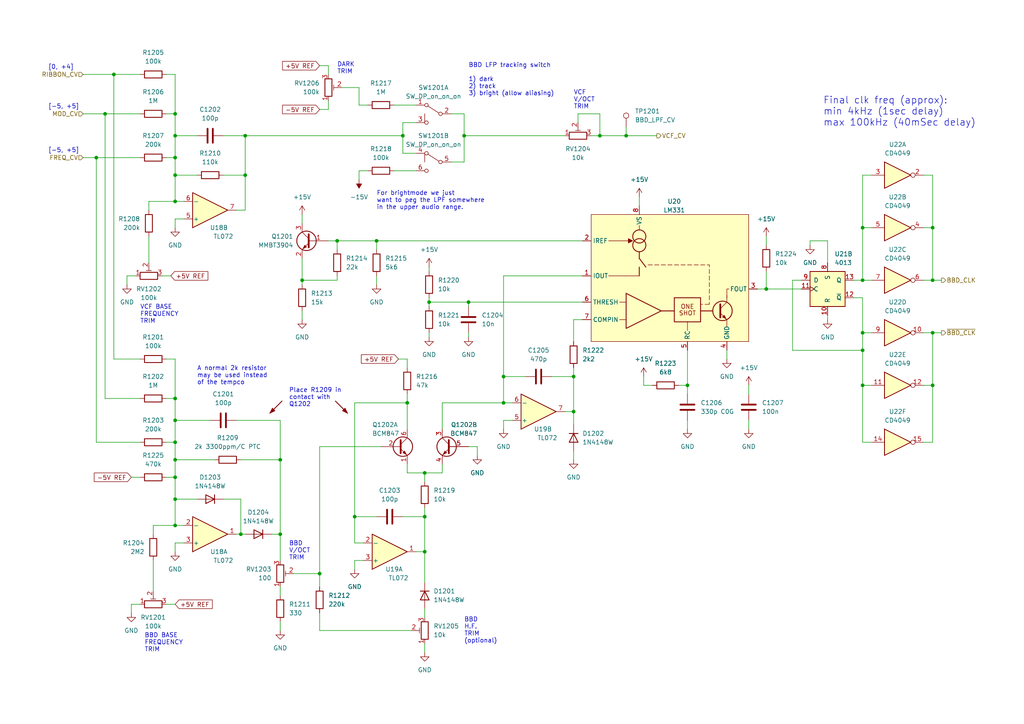
<source format=kicad_sch>
(kicad_sch (version 20211123) (generator eeschema)
  (paper "A4")
  (title_block (title "Josh Ox Ribbon Synth VCF/VCA/BBD board") (date "2023-01-07") (rev "1.0") (comment 1 "creativecommons.org/licenses/by/4.0/") (comment 2 "License: CC by 4.0") (comment 3 "Author: Jordan Aceto"))
  (lib_symbols
    (symbol "4xxx:4013" (pin_names (offset 1.016))
      (property "Reference" "U" (at -7.62 8.89 0))
      (property "Value" "4013" (at -7.62 -8.89 0))
      (symbol "4013_1_1"
        (rectangle (start -5.08 5.08) (end 5.08 -5.08) (stroke (width 0.254)) (fill (type background)))
        (pin output line (at 7.62 2.54 180) (length 2.54) (name "Q") (number "1"))
        (pin output line (at 7.62 -2.54 180) (length 2.54) (name "~{Q}") (number "2"))
        (pin input clock (at -7.62 0 0) (length 2.54) (name "C") (number "3"))
        (pin input line (at 0 -7.62 90) (length 2.54) (name "R") (number "4"))
        (pin input line (at -7.62 2.54 0) (length 2.54) (name "D") (number "5"))
        (pin input line (at 0 7.62 270) (length 2.54) (name "S") (number "6"))
      )
      (symbol "4013_2_1"
        (rectangle (start -5.08 5.08) (end 5.08 -5.08) (stroke (width 0.254)) (fill (type background)))
        (pin input line (at 0 -7.62 90) (length 2.54) (name "R") (number "10"))
        (pin input clock (at -7.62 0 0) (length 2.54) (name "C") (number "11"))
        (pin output line (at 7.62 -2.54 180) (length 2.54) (name "~{Q}") (number "12"))
        (pin output line (at 7.62 2.54 180) (length 2.54) (name "Q") (number "13"))
        (pin input line (at 0 7.62 270) (length 2.54) (name "S") (number "8"))
        (pin input line (at -7.62 2.54 0) (length 2.54) (name "D") (number "9"))
      )
      (symbol "4013_3_0"
        (pin power_in line (at 0 10.16 270) (length 2.54) (name "VDD") (number "14"))
        (pin power_in line (at 0 -10.16 90) (length 2.54) (name "VSS") (number "7"))
      )
      (symbol "4013_3_1"
        (rectangle (start -5.08 7.62) (end 5.08 -7.62) (stroke (width 0.254)) (fill (type background)))
      )
    )
    (symbol "Amplifier_Operational:TL072" (pin_names (offset 0.127))
      (property "Reference" "U" (at 0 5.08 0))
      (property "Value" "TL072" (at 0 -5.08 0))
      (symbol "TL072_1_1"
        (polyline (pts (xy -5.08 5.08) (xy 5.08 0) (xy -5.08 -5.08) (xy -5.08 5.08)) (stroke (width 0.254)) (fill (type background)))
        (pin output line (at 7.62 0 180) (length 2.54) (name "~") (number "1"))
        (pin input line (at -7.62 -2.54 0) (length 2.54) (name "-") (number "2"))
        (pin input line (at -7.62 2.54 0) (length 2.54) (name "+") (number "3"))
      )
      (symbol "TL072_2_1"
        (polyline (pts (xy -5.08 5.08) (xy 5.08 0) (xy -5.08 -5.08) (xy -5.08 5.08)) (stroke (width 0.254)) (fill (type background)))
        (pin input line (at -7.62 2.54 0) (length 2.54) (name "+") (number "5"))
        (pin input line (at -7.62 -2.54 0) (length 2.54) (name "-") (number "6"))
        (pin output line (at 7.62 0 180) (length 2.54) (name "~") (number "7"))
      )
      (symbol "TL072_3_1"
        (pin power_in line (at -2.54 -7.62 90) (length 3.81) (name "V-") (number "4"))
        (pin power_in line (at -2.54 7.62 270) (length 3.81) (name "V+") (number "8"))
      )
    )
    (symbol "BCM847DS135_1" (pin_names (offset 0) hide)
      (property "Reference" "Q1202" (at 7.62 6.35 0))
      (property "Value" "BCM847DS135_1" (at 7.62 3.81 0))
      (symbol "BCM847DS135_1_0_1"
        (polyline (pts (xy 0.635 0.635) (xy 2.54 2.54)))
        (polyline (pts (xy 0.635 -0.635) (xy 2.54 -2.54) (xy 2.54 -2.54)))
        (polyline (pts (xy 0.635 1.905) (xy 0.635 -1.905) (xy 0.635 -1.905)) (stroke (width 0.508)))
        (polyline (pts (xy 1.27 -1.778) (xy 1.778 -1.27) (xy 2.286 -2.286) (xy 1.27 -1.778) (xy 1.27 -1.778)) (fill (type outline)))
        (circle (center 1.27 0) (radius 2.8194) (stroke (width 0.254)))
      )
      (symbol "BCM847DS135_1_1_1"
        (pin passive line (at 2.54 -5.08 90) (length 2.54) (name "E") (number "1"))
        (pin passive line (at -5.08 0 0) (length 5.715) (name "B") (number "2"))
        (pin passive line (at 2.54 5.08 270) (length 2.54) (name "C") (number "6"))
      )
      (symbol "BCM847DS135_1_2_1"
        (pin passive line (at 2.54 5.08 270) (length 2.54) (name "C") (number "3"))
        (pin passive line (at 2.54 -5.08 90) (length 2.54) (name "E") (number "4"))
        (pin passive line (at -5.08 0 0) (length 5.715) (name "B") (number "5"))
      )
    )
    (symbol "Connector:TestPoint" (pin_numbers hide) (pin_names (offset 0.762) hide)
      (property "Reference" "TP" (at 0 6.858 0))
      (property "Value" "TestPoint" (at 0 5.08 0))
      (symbol "TestPoint_0_1"
        (circle (center 0 3.302) (radius 0.762))
      )
      (symbol "TestPoint_1_1"
        (pin passive line (at 0 0 90) (length 2.54) (name "1") (number "1"))
      )
    )
    (symbol "Device:C" (pin_numbers hide) (pin_names (offset 0.254))
      (property "Reference" "C" (at 0.635 2.54 0))
      (property "Value" "C" (at 0.635 -2.54 0))
      (symbol "C_0_1"
        (polyline (pts (xy -2.032 -0.762) (xy 2.032 -0.762)) (stroke (width 0.508)))
        (polyline (pts (xy -2.032 0.762) (xy 2.032 0.762)) (stroke (width 0.508)))
      )
      (symbol "C_1_1"
        (pin passive line (at 0 3.81 270) (length 2.794) (name "~") (number "1"))
        (pin passive line (at 0 -3.81 90) (length 2.794) (name "~") (number "2"))
      )
    )
    (symbol "Device:R" (pin_numbers hide) (pin_names (offset 0))
      (property "Reference" "R" (at 2.032 0 90))
      (property "Value" "R" (at 0 0 90))
      (symbol "R_0_1"
        (rectangle (start -1.016 -2.54) (end 1.016 2.54) (stroke (width 0.254)))
      )
      (symbol "R_1_1"
        (pin passive line (at 0 3.81 270) (length 1.27) (name "~") (number "1"))
        (pin passive line (at 0 -3.81 90) (length 1.27) (name "~") (number "2"))
      )
    )
    (symbol "Device:R_Potentiometer_Trim" (pin_names (offset 1.016) hide)
      (property "Reference" "RV" (at -4.445 0 90))
      (property "Value" "R_Potentiometer_Trim" (at -2.54 0 90))
      (symbol "R_Potentiometer_Trim_0_1"
        (polyline (pts (xy 1.524 0.762) (xy 1.524 -0.762)))
        (polyline (pts (xy 2.54 0) (xy 1.524 0)))
        (rectangle (start 1.016 2.54) (end -1.016 -2.54) (stroke (width 0.254)))
      )
      (symbol "R_Potentiometer_Trim_1_1"
        (pin passive line (at 0 3.81 270) (length 1.27) (name "1") (number "1"))
        (pin passive line (at 3.81 0 180) (length 1.27) (name "2") (number "2"))
        (pin passive line (at 0 -3.81 90) (length 1.27) (name "3") (number "3"))
      )
    )
    (symbol "Diode:1N4148W" (pin_numbers hide) (pin_names hide)
      (property "Reference" "D" (at 0 2.54 0))
      (property "Value" "1N4148W" (at 0 -2.54 0))
      (symbol "1N4148W_0_1"
        (polyline (pts (xy -1.27 1.27) (xy -1.27 -1.27)) (stroke (width 0.254)))
        (polyline (pts (xy 1.27 0) (xy -1.27 0)))
        (polyline (pts (xy 1.27 1.27) (xy 1.27 -1.27) (xy -1.27 0) (xy 1.27 1.27)) (stroke (width 0.254)))
      )
      (symbol "1N4148W_1_1"
        (pin passive line (at -3.81 0 0) (length 2.54) (name "K") (number "1"))
        (pin passive line (at 3.81 0 180) (length 2.54) (name "A") (number "2"))
      )
    )
    (symbol "Graphic:SYM_Arrow45_Normal" (pin_names (offset 1.016))
      (symbol "SYM_Arrow45_Normal_0_1"
        (polyline (pts (xy 1.524 -1.524) (xy -1.778 1.778)) (stroke (width 0.254)))
        (polyline (pts (xy 1.778 -1.778) (xy 0.254 -1.016) (xy 1.016 -0.254) (xy 1.778 -1.778)) (fill (type outline)))
      )
    )
    (symbol "Transistor_BJT:MMBT3904" (pin_names (offset 0) hide)
      (property "Reference" "Q" (at 5.08 1.905 0))
      (property "Value" "MMBT3904" (at 5.08 0 0))
      (symbol "MMBT3904_0_1"
        (polyline (pts (xy 0.635 0.635) (xy 2.54 2.54)))
        (polyline (pts (xy 0.635 -0.635) (xy 2.54 -2.54) (xy 2.54 -2.54)))
        (polyline (pts (xy 0.635 1.905) (xy 0.635 -1.905) (xy 0.635 -1.905)) (stroke (width 0.508)))
        (polyline (pts (xy 1.27 -1.778) (xy 1.778 -1.27) (xy 2.286 -2.286) (xy 1.27 -1.778) (xy 1.27 -1.778)) (fill (type outline)))
        (circle (center 1.27 0) (radius 2.8194) (stroke (width 0.254)))
      )
      (symbol "MMBT3904_1_1"
        (pin input line (at -5.08 0 0) (length 5.715) (name "B") (number "1"))
        (pin passive line (at 2.54 -5.08 90) (length 2.54) (name "E") (number "2"))
        (pin passive line (at 2.54 5.08 270) (length 2.54) (name "C") (number "3"))
      )
    )
    (symbol "custom_symbols:BCM847DS135" (pin_names (offset 0) hide)
      (property "Reference" "Q1202" (at 7.62 6.35 0))
      (property "Value" "BCM847DS135" (at 7.62 3.81 0))
      (symbol "BCM847DS135_0_1"
        (polyline (pts (xy 0.635 0.635) (xy 2.54 2.54)))
        (polyline (pts (xy 0.635 -0.635) (xy 2.54 -2.54) (xy 2.54 -2.54)))
        (polyline (pts (xy 0.635 1.905) (xy 0.635 -1.905) (xy 0.635 -1.905)) (stroke (width 0.508)))
        (polyline (pts (xy 1.27 -1.778) (xy 1.778 -1.27) (xy 2.286 -2.286) (xy 1.27 -1.778) (xy 1.27 -1.778)) (fill (type outline)))
        (circle (center 1.27 0) (radius 2.8194) (stroke (width 0.254)))
      )
      (symbol "BCM847DS135_1_1"
        (pin passive line (at 2.54 -5.08 90) (length 2.54) (name "E") (number "1"))
        (pin passive line (at -5.08 0 0) (length 5.715) (name "B") (number "2"))
        (pin passive line (at 2.54 5.08 270) (length 2.54) (name "C") (number "6"))
      )
      (symbol "BCM847DS135_2_1"
        (pin passive line (at 2.54 5.08 270) (length 2.54) (name "C") (number "3"))
        (pin passive line (at 2.54 -5.08 90) (length 2.54) (name "E") (number "4"))
        (pin passive line (at -5.08 0 0) (length 5.715) (name "B") (number "5"))
      )
    )
    (symbol "custom_symbols:CD4049" (pin_names (offset 1.016))
      (property "Reference" "U22" (at 0 8.89 0))
      (property "Value" "CD4049" (at 0 6.35 0))
      (symbol "CD4049_1_0"
        (polyline (pts (xy -3.81 3.81) (xy -3.81 -3.81) (xy 3.81 0) (xy -3.81 3.81)) (stroke (width 0.254)) (fill (type background)))
        (pin passive inverted (at 7.62 0 180) (length 3.81) (name "~") (number "2"))
        (pin input line (at -7.62 0 0) (length 3.81) (name "~") (number "3"))
      )
      (symbol "CD4049_2_0"
        (polyline (pts (xy -3.81 3.81) (xy -3.81 -3.81) (xy 3.81 0) (xy -3.81 3.81)) (stroke (width 0.254)) (fill (type background)))
        (pin passive inverted (at 7.62 0 180) (length 3.81) (name "~") (number "4"))
        (pin input line (at -7.62 0 0) (length 3.81) (name "~") (number "5"))
      )
      (symbol "CD4049_3_0"
        (polyline (pts (xy -3.81 3.81) (xy -3.81 -3.81) (xy 3.81 0) (xy -3.81 3.81)) (stroke (width 0.254)) (fill (type background)))
        (pin passive inverted (at 7.62 0 180) (length 3.81) (name "~") (number "6"))
        (pin input line (at -7.62 0 0) (length 3.81) (name "~") (number "7"))
      )
      (symbol "CD4049_4_0"
        (polyline (pts (xy -3.81 3.81) (xy -3.81 -3.81) (xy 3.81 0) (xy -3.81 3.81)) (stroke (width 0.254)) (fill (type background)))
        (pin passive inverted (at 7.62 0 180) (length 3.81) (name "~") (number "10"))
        (pin input line (at -7.62 0 0) (length 3.81) (name "~") (number "9"))
      )
      (symbol "CD4049_5_0"
        (polyline (pts (xy -3.81 3.81) (xy -3.81 -3.81) (xy 3.81 0) (xy -3.81 3.81)) (stroke (width 0.254)) (fill (type background)))
        (pin input line (at -7.62 0 0) (length 3.81) (name "~") (number "11"))
        (pin passive inverted (at 7.62 0 180) (length 3.81) (name "~") (number "12"))
      )
      (symbol "CD4049_6_0"
        (polyline (pts (xy -3.81 3.81) (xy -3.81 -3.81) (xy 3.81 0) (xy -3.81 3.81)) (stroke (width 0.254)) (fill (type background)))
        (pin input line (at -7.62 0 0) (length 3.81) (name "~") (number "14"))
        (pin passive inverted (at 7.62 0 180) (length 3.81) (name "~") (number "15"))
      )
      (symbol "CD4049_7_0"
        (pin power_in line (at 0 12.7 270) (length 5.08) (name "VCC") (number "1"))
        (pin power_in line (at 0 -12.7 90) (length 5.08) (name "VSS") (number "8"))
      )
      (symbol "CD4049_7_1"
        (rectangle (start -5.08 7.62) (end 5.08 -7.62) (stroke (width 0.254)) (fill (type background)))
      )
    )
    (symbol "custom_symbols:LM331"
      (property "Reference" "U20" (at 0 22.86 0))
      (property "Value" "LM331" (at 0 20.32 0))
      (symbol "LM331_0_0"
        (rectangle (start -24.13 19.05) (end 21.59 -17.78) (fill (type background)))
        (polyline (pts (xy -15.875 -11.43) (xy -13.97 -11.43)))
        (polyline (pts (xy -15.875 -6.35) (xy -13.97 -6.35)))
        (polyline (pts (xy -13.97 1.27) (xy -19.05 1.27)))
        (polyline (pts (xy -13.97 11.43) (xy -19.05 11.43)))
        (polyline (pts (xy 3.81 -12.065) (xy 3.81 -14.605)))
        (polyline (pts (xy 15.24 -6.35) (xy 15.24 -4.445)))
        (polyline (pts (xy 15.24 -5.08) (xy 15.24 -2.54) (xy 15.875 -2.54)))
        (text "SHOT" (at 3.81 -9.525 0) (effects (font (size 1.27 1.27))))
      )
      (symbol "LM331_1_0"
        (polyline (pts (xy 7.62 -8.89) (xy 11.176 -8.89)) (stroke (width 0.254)))
        (text "ONE" (at 3.81 -7.62 0) (effects (font (size 1.27 1.27))))
      )
      (symbol "LM331_1_1"
        (circle (center -10.16 10.16) (radius 1.905) (stroke (width 0.254)))
        (circle (center -10.16 12.7) (radius 1.905) (stroke (width 0.254)))
        (rectangle (start 0 -5.08) (end 7.62 -12.065) (stroke (width 0.254)) (fill (type background)))
        (polyline (pts (xy -13.97 11.43) (xy -13.335 11.43)))
        (polyline (pts (xy -10.16 1.27) (xy -13.97 1.27)))
        (polyline (pts (xy -10.16 3.81) (xy -10.16 1.27)) (stroke (width 0.254)))
        (polyline (pts (xy -10.16 6.35) (xy -8.255 3.81)) (stroke (width 0.254)))
        (polyline (pts (xy -10.16 8.255) (xy -10.16 6.35)) (stroke (width 0.254)))
        (polyline (pts (xy -10.16 15.875) (xy -10.16 14.605)))
        (polyline (pts (xy -6.35 4.445) (xy -7.62 4.445)))
        (polyline (pts (xy -4.445 4.445) (xy -5.715 4.445)))
        (polyline (pts (xy -3.81 -8.89) (xy 0 -8.89)) (stroke (width 0.254)))
        (polyline (pts (xy -2.54 4.445) (xy -3.81 4.445)))
        (polyline (pts (xy -0.635 4.445) (xy -1.905 4.445)))
        (polyline (pts (xy 1.27 4.445) (xy 0 4.445)))
        (polyline (pts (xy 3.175 4.445) (xy 1.905 4.445)))
        (polyline (pts (xy 5.08 4.445) (xy 3.81 4.445)))
        (polyline (pts (xy 6.985 4.445) (xy 5.715 4.445)))
        (polyline (pts (xy 7.62 -6.985) (xy 8.255 -6.985)))
        (polyline (pts (xy 8.89 -6.985) (xy 10.16 -6.985)))
        (polyline (pts (xy 8.89 4.445) (xy 7.62 4.445)))
        (polyline (pts (xy 10.16 -6.985) (xy 10.16 -6.35)))
        (polyline (pts (xy 10.16 -5.715) (xy 10.16 -4.445)))
        (polyline (pts (xy 10.16 -3.81) (xy 10.16 -2.54)))
        (polyline (pts (xy 10.16 -1.905) (xy 10.16 -0.635)))
        (polyline (pts (xy 10.16 0) (xy 10.16 1.27)))
        (polyline (pts (xy 10.16 1.905) (xy 10.16 3.175)))
        (polyline (pts (xy 10.16 3.81) (xy 10.16 4.445)))
        (polyline (pts (xy 10.16 4.445) (xy 9.525 4.445)))
        (polyline (pts (xy 13.335 -8.255) (xy 15.24 -6.35)))
        (polyline (pts (xy 15.24 -11.43) (xy 15.24 -13.335)))
        (polyline (pts (xy 13.335 -9.525) (xy 15.24 -11.43) (xy 15.24 -11.43)))
        (polyline (pts (xy 13.335 -6.985) (xy 13.335 -10.795) (xy 13.335 -10.795)) (stroke (width 0.508)))
        (polyline (pts (xy -13.97 -3.81) (xy -3.81 -8.89) (xy -13.97 -13.97) (xy -13.97 -3.81)) (stroke (width 0.254)) (fill (type background)))
        (polyline (pts (xy -13.335 11.43) (xy -13.335 12.065) (xy -12.065 11.43) (xy -13.335 10.795) (xy -13.335 11.43)) (fill (type outline)))
        (polyline (pts (xy 13.97 -10.668) (xy 14.478 -10.16) (xy 14.986 -11.176) (xy 13.97 -10.668) (xy 13.97 -10.668)) (fill (type outline)))
        (circle (center 13.97 -8.89) (radius 2.8194) (stroke (width 0.254)) (fill (type background)))
        (pin output line (at -26.67 1.27 0) (length 2.54) (name "IOUT") (number "1"))
        (pin input line (at -26.67 11.43 0) (length 2.54) (name "IREF") (number "2"))
        (pin open_collector line (at 24.13 -2.54 180) (length 2.54) (name "FOUT") (number "3"))
        (pin power_in line (at 15.24 -20.32 90) (length 2.54) (name "GND") (number "4"))
        (pin input line (at 3.81 -20.32 90) (length 2.54) (name "RC") (number "5"))
        (pin input line (at -26.67 -6.35 0) (length 2.54) (name "THRESH") (number "6"))
        (pin input line (at -26.67 -11.43 0) (length 2.54) (name "COMPIN") (number "7"))
        (pin power_in line (at -10.16 21.59 270) (length 2.54) (name "VS") (number "8"))
      )
    )
    (symbol "custom_symbols:SW_DP_on_on_on" (pin_names (offset 0) hide)
      (property "Reference" "SW1201" (at 0 7.62 0))
      (property "Value" "SW_DP_on_on_on" (at 0 5.08 0))
      (symbol "SW_DP_on_on_on_0_0"
        (circle (center -2.032 0) (radius 0.508))
        (circle (center 2.032 -2.54) (radius 0.508))
      )
      (symbol "SW_DP_on_on_on_0_1"
        (polyline (pts (xy -1.524 0.254) (xy 1.651 2.286)))
        (circle (center 2.032 2.54) (radius 0.508))
      )
      (symbol "SW_DP_on_on_on_1_1"
        (polyline (pts (xy 2.54 -2.54) (xy 2.54 0)))
        (pin passive line (at 5.08 2.54 180) (length 2.54) (name "A") (number "1"))
        (pin passive line (at -5.08 0 0) (length 2.54) (name "B") (number "2"))
        (pin passive line (at 5.08 -2.54 180) (length 2.54) (name "C") (number "3"))
      )
      (symbol "SW_DP_on_on_on_2_1"
        (polyline (pts (xy 2.54 2.54) (xy 2.54 0)))
        (pin passive line (at 5.08 2.54 180) (length 2.54) (name "A") (number "4"))
        (pin passive line (at -5.08 0 0) (length 2.54) (name "B") (number "5"))
        (pin passive line (at 5.08 -2.54 180) (length 2.54) (name "C") (number "6"))
      )
    )
    (symbol "power:+15V" (power) (pin_names (offset 0))
      (property "Value" "+15V" (at 0 3.556 0))
      (symbol "+15V_0_1"
        (polyline (pts (xy -0.762 1.27) (xy 0 2.54)))
        (polyline (pts (xy 0 0) (xy 0 2.54)))
        (polyline (pts (xy 0 2.54) (xy 0.762 1.27)))
      )
      (symbol "+15V_1_1"
        (pin power_in line (at 0 0 90) (length 0) hide (name "+15V") (number "1"))
      )
    )
    (symbol "power:-15V" (power) (pin_names (offset 0))
      (property "Value" "-15V" (at 0 3.81 0))
      (symbol "-15V_0_0"
        (pin power_in line (at 0 0 90) (length 0) hide (name "-15V") (number "1"))
      )
      (symbol "-15V_0_1"
        (polyline (pts (xy 0 0) (xy 0 1.27) (xy 0.762 1.27) (xy 0 2.54) (xy -0.762 1.27) (xy 0 1.27)) (fill (type outline)))
      )
    )
    (symbol "power:GND" (power) (pin_names (offset 0))
      (property "Value" "GND" (at 0 -3.81 0))
      (symbol "GND_0_1"
        (polyline (pts (xy 0 0) (xy 0 -1.27) (xy 1.27 -1.27) (xy 0 -2.54) (xy -1.27 -1.27) (xy 0 -1.27)))
      )
      (symbol "GND_1_1"
        (pin power_in line (at 0 0 270) (length 0) hide (name "GND") (number "1"))
      )
    )
  )
  (junction (at 50.8 33.02))
  (junction (at 250.19 111.76))
  (junction (at 146.05 116.84))
  (junction (at 250.19 66.04))
  (junction (at 102.87 149.86))
  (junction (at 146.05 109.22))
  (junction (at 50.8 39.37))
  (junction (at 181.61 39.37))
  (junction (at 109.22 69.85))
  (junction (at 123.19 149.86))
  (junction (at 81.28 133.35))
  (junction (at 199.39 111.76))
  (junction (at 50.8 128.27))
  (junction (at 123.19 160.02))
  (junction (at 134.62 39.37))
  (junction (at 69.85 154.94))
  (junction (at 116.84 39.37))
  (junction (at 50.8 115.57))
  (junction (at 50.8 144.78))
  (junction (at 135.89 87.63))
  (junction (at 222.25 83.82))
  (junction (at 92.71 166.37))
  (junction (at 97.79 69.85))
  (junction (at 270.51 111.76))
  (junction (at 118.11 116.84))
  (junction (at 50.8 45.72))
  (junction (at 50.8 58.42))
  (junction (at 50.8 50.8))
  (junction (at 270.51 96.52))
  (junction (at 250.19 96.52))
  (junction (at 27.94 45.72))
  (junction (at 71.12 50.8))
  (junction (at 123.19 137.16))
  (junction (at 50.8 138.43))
  (junction (at 270.51 66.04))
  (junction (at 250.19 81.28))
  (junction (at 166.37 109.22))
  (junction (at 50.8 152.4))
  (junction (at 87.63 81.28))
  (junction (at 81.28 154.94))
  (junction (at 173.99 39.37))
  (junction (at 166.37 119.38))
  (junction (at 250.19 101.6))
  (junction (at 270.51 81.28))
  (junction (at 124.46 87.63))
  (junction (at 50.8 133.35))
  (junction (at 33.02 21.59))
  (junction (at 30.48 33.02))
  (junction (at 71.12 39.37))
  (junction (at 50.8 121.92))
  (wire (pts (xy 250.19 86.36) (xy 247.65 86.36)))
  (wire (pts (xy 146.05 116.84) (xy 128.27 116.84)))
  (wire (pts (xy 163.83 119.38) (xy 166.37 119.38)))
  (wire (pts (xy 118.11 134.62) (xy 118.11 137.16)))
  (wire (pts (xy 167.64 33.02) (xy 173.99 33.02)))
  (wire (pts (xy 38.1 175.26) (xy 40.64 175.26)))
  (wire (pts (xy 27.94 128.27) (xy 40.64 128.27)))
  (wire (pts (xy 119.38 182.88) (xy 92.71 182.88)))
  (wire (pts (xy 50.8 133.35) (xy 62.23 133.35)))
  (wire (pts (xy 199.39 114.3) (xy 199.39 111.76)))
  (wire (pts (xy 30.48 115.57) (xy 40.64 115.57)))
  (wire (pts (xy 102.87 116.84) (xy 102.87 149.86)))
  (wire (pts (xy 270.51 50.8) (xy 267.97 50.8)))
  (wire (pts (xy 222.25 83.82) (xy 232.41 83.82)))
  (wire (pts (xy 116.84 39.37) (xy 116.84 35.56)))
  (wire (pts (xy 69.85 133.35) (xy 81.28 133.35)))
  (wire (pts (xy 181.61 39.37) (xy 190.5 39.37)))
  (wire (pts (xy 250.19 81.28) (xy 250.19 66.04)))
  (wire (pts (xy 199.39 101.6) (xy 199.39 111.76)))
  (wire (pts (xy 270.51 96.52) (xy 267.97 96.52)))
  (wire (pts (xy 270.51 96.52) (xy 273.05 96.52)))
  (wire (pts (xy 146.05 116.84) (xy 146.05 109.22)))
  (wire (pts (xy 60.96 121.92) (xy 50.8 121.92)))
  (wire (pts (xy 250.19 128.27) (xy 250.19 111.76)))
  (wire (pts (xy 50.8 144.78) (xy 57.15 144.78)))
  (wire (pts (xy 135.89 96.52) (xy 135.89 97.79)))
  (wire (pts (xy 270.51 81.28) (xy 273.05 81.28)))
  (wire (pts (xy 118.11 116.84) (xy 118.11 124.46)))
  (wire (pts (xy 44.45 162.56) (xy 44.45 171.45)))
  (wire (pts (xy 50.8 39.37) (xy 50.8 45.72)))
  (wire (pts (xy 250.19 111.76) (xy 252.73 111.76)))
  (wire (pts (xy 78.74 154.94) (xy 81.28 154.94)))
  (wire (pts (xy 57.15 39.37) (xy 50.8 39.37)))
  (wire (pts (xy 92.71 129.54) (xy 110.49 129.54)))
  (wire (pts (xy 50.8 33.02) (xy 50.8 39.37)))
  (wire (pts (xy 87.63 81.28) (xy 87.63 82.55)))
  (wire (pts (xy 50.8 21.59) (xy 50.8 33.02)))
  (wire (pts (xy 166.37 130.81) (xy 166.37 133.35)))
  (wire (pts (xy 50.8 115.57) (xy 48.26 115.57)))
  (wire (pts (xy 92.71 166.37) (xy 92.71 170.18)))
  (wire (pts (xy 95.25 21.59) (xy 95.25 19.05)))
  (wire (pts (xy 146.05 80.01) (xy 168.91 80.01)))
  (wire (pts (xy 118.11 116.84) (xy 118.11 114.3)))
  (wire (pts (xy 50.8 58.42) (xy 50.8 50.8)))
  (wire (pts (xy 270.51 66.04) (xy 270.51 50.8)))
  (wire (pts (xy 85.09 166.37) (xy 92.71 166.37)))
  (wire (pts (xy 250.19 66.04) (xy 252.73 66.04)))
  (wire (pts (xy 118.11 137.16) (xy 123.19 137.16)))
  (wire (pts (xy 50.8 50.8) (xy 57.15 50.8)))
  (wire (pts (xy 48.26 175.26) (xy 50.8 175.26)))
  (wire (pts (xy 81.28 170.18) (xy 81.28 172.72)))
  (wire (pts (xy 123.19 137.16) (xy 128.27 137.16)))
  (wire (pts (xy 240.03 91.44) (xy 240.03 92.71)))
  (wire (pts (xy 270.51 81.28) (xy 270.51 66.04)))
  (wire (pts (xy 270.51 111.76) (xy 270.51 96.52)))
  (wire (pts (xy 229.87 101.6) (xy 250.19 101.6)))
  (wire (pts (xy 68.58 154.94) (xy 69.85 154.94)))
  (wire (pts (xy 138.43 129.54) (xy 138.43 132.08)))
  (wire (pts (xy 50.8 121.92) (xy 50.8 128.27)))
  (wire (pts (xy 270.51 66.04) (xy 267.97 66.04)))
  (wire (pts (xy 50.8 152.4) (xy 50.8 144.78)))
  (wire (pts (xy 104.14 49.53) (xy 106.68 49.53)))
  (wire (pts (xy 267.97 128.27) (xy 270.51 128.27)))
  (wire (pts (xy 128.27 116.84) (xy 128.27 124.46)))
  (wire (pts (xy 43.18 68.58) (xy 43.18 76.2)))
  (wire (pts (xy 71.12 50.8) (xy 64.77 50.8)))
  (wire (pts (xy 185.42 57.15) (xy 185.42 59.69)))
  (wire (pts (xy 30.48 33.02) (xy 40.64 33.02)))
  (wire (pts (xy 30.48 33.02) (xy 30.48 115.57)))
  (wire (pts (xy 128.27 137.16) (xy 128.27 134.62)))
  (wire (pts (xy 43.18 60.96) (xy 43.18 58.42)))
  (wire (pts (xy 124.46 87.63) (xy 124.46 88.9)))
  (wire (pts (xy 102.87 162.56) (xy 102.87 165.1)))
  (wire (pts (xy 50.8 138.43) (xy 48.26 138.43)))
  (wire (pts (xy 148.59 116.84) (xy 146.05 116.84)))
  (wire (pts (xy 123.19 160.02) (xy 123.19 149.86)))
  (wire (pts (xy 252.73 128.27) (xy 250.19 128.27)))
  (wire (pts (xy 69.85 154.94) (xy 69.85 144.78)))
  (wire (pts (xy 250.19 96.52) (xy 252.73 96.52)))
  (wire (pts (xy 97.79 72.39) (xy 97.79 69.85)))
  (wire (pts (xy 134.62 33.02) (xy 130.81 33.02)))
  (wire (pts (xy 50.8 104.14) (xy 50.8 115.57)))
  (wire (pts (xy 97.79 80.01) (xy 97.79 81.28)))
  (wire (pts (xy 134.62 39.37) (xy 134.62 33.02)))
  (wire (pts (xy 124.46 96.52) (xy 124.46 97.79)))
  (wire (pts (xy 44.45 152.4) (xy 50.8 152.4)))
  (wire (pts (xy 120.65 160.02) (xy 123.19 160.02)))
  (wire (pts (xy 24.13 45.72) (xy 27.94 45.72)))
  (wire (pts (xy 87.63 74.93) (xy 87.63 81.28)))
  (wire (pts (xy 250.19 66.04) (xy 250.19 50.8)))
  (wire (pts (xy 234.95 69.85) (xy 234.95 71.12)))
  (wire (pts (xy 124.46 77.47) (xy 124.46 78.74)))
  (wire (pts (xy 87.63 90.17) (xy 87.63 92.71)))
  (wire (pts (xy 95.25 31.75) (xy 95.25 29.21)))
  (wire (pts (xy 217.17 111.76) (xy 217.17 114.3)))
  (wire (pts (xy 118.11 104.14) (xy 118.11 106.68)))
  (wire (pts (xy 199.39 111.76) (xy 196.85 111.76)))
  (wire (pts (xy 95.25 69.85) (xy 97.79 69.85)))
  (wire (pts (xy 217.17 121.92) (xy 217.17 124.46)))
  (wire (pts (xy 116.84 44.45) (xy 116.84 39.37)))
  (wire (pts (xy 50.8 63.5) (xy 53.34 63.5)))
  (wire (pts (xy 135.89 87.63) (xy 135.89 88.9)))
  (wire (pts (xy 120.65 49.53) (xy 114.3 49.53)))
  (wire (pts (xy 50.8 104.14) (xy 48.26 104.14)))
  (wire (pts (xy 50.8 33.02) (xy 48.26 33.02)))
  (wire (pts (xy 46.99 80.01) (xy 49.53 80.01)))
  (wire (pts (xy 270.51 128.27) (xy 270.51 111.76)))
  (wire (pts (xy 267.97 81.28) (xy 270.51 81.28)))
  (wire (pts (xy 186.69 109.22) (xy 186.69 111.76)))
  (wire (pts (xy 92.71 129.54) (xy 92.71 166.37)))
  (wire (pts (xy 166.37 109.22) (xy 166.37 106.68)))
  (wire (pts (xy 102.87 149.86) (xy 109.22 149.86)))
  (wire (pts (xy 167.64 35.56) (xy 167.64 33.02)))
  (wire (pts (xy 95.25 19.05) (xy 92.71 19.05)))
  (wire (pts (xy 173.99 39.37) (xy 171.45 39.37)))
  (wire (pts (xy 68.58 60.96) (xy 71.12 60.96)))
  (wire (pts (xy 102.87 162.56) (xy 105.41 162.56)))
  (wire (pts (xy 222.25 68.58) (xy 222.25 71.12)))
  (wire (pts (xy 81.28 180.34) (xy 81.28 182.88)))
  (wire (pts (xy 50.8 45.72) (xy 50.8 50.8)))
  (wire (pts (xy 44.45 154.94) (xy 44.45 152.4)))
  (wire (pts (xy 99.06 25.4) (xy 104.14 25.4)))
  (wire (pts (xy 252.73 81.28) (xy 250.19 81.28)))
  (wire (pts (xy 102.87 157.48) (xy 105.41 157.48)))
  (wire (pts (xy 43.18 58.42) (xy 50.8 58.42)))
  (wire (pts (xy 87.63 62.23) (xy 87.63 64.77)))
  (wire (pts (xy 68.58 121.92) (xy 81.28 121.92)))
  (wire (pts (xy 81.28 154.94) (xy 81.28 162.56)))
  (wire (pts (xy 50.8 63.5) (xy 50.8 66.04)))
  (wire (pts (xy 234.95 69.85) (xy 240.03 69.85)))
  (wire (pts (xy 50.8 128.27) (xy 50.8 133.35)))
  (wire (pts (xy 219.71 83.82) (xy 222.25 83.82)))
  (wire (pts (xy 24.13 21.59) (xy 33.02 21.59)))
  (wire (pts (xy 118.11 116.84) (xy 102.87 116.84)))
  (wire (pts (xy 38.1 175.26) (xy 38.1 177.8)))
  (wire (pts (xy 250.19 111.76) (xy 250.19 101.6)))
  (wire (pts (xy 232.41 81.28) (xy 229.87 81.28)))
  (wire (pts (xy 166.37 99.06) (xy 166.37 92.71)))
  (wire (pts (xy 33.02 21.59) (xy 33.02 104.14)))
  (wire (pts (xy 27.94 45.72) (xy 27.94 128.27)))
  (wire (pts (xy 124.46 87.63) (xy 135.89 87.63)))
  (wire (pts (xy 166.37 123.19) (xy 166.37 119.38)))
  (wire (pts (xy 50.8 138.43) (xy 50.8 133.35)))
  (wire (pts (xy 102.87 157.48) (xy 102.87 149.86)))
  (wire (pts (xy 134.62 46.99) (xy 134.62 39.37)))
  (wire (pts (xy 109.22 69.85) (xy 109.22 72.39)))
  (wire (pts (xy 50.8 157.48) (xy 53.34 157.48)))
  (wire (pts (xy 123.19 176.53) (xy 123.19 179.07)))
  (wire (pts (xy 53.34 152.4) (xy 50.8 152.4)))
  (wire (pts (xy 109.22 69.85) (xy 168.91 69.85)))
  (wire (pts (xy 50.8 144.78) (xy 50.8 138.43)))
  (wire (pts (xy 166.37 109.22) (xy 160.02 109.22)))
  (wire (pts (xy 250.19 96.52) (xy 250.19 86.36)))
  (wire (pts (xy 38.1 138.43) (xy 40.64 138.43)))
  (wire (pts (xy 109.22 80.01) (xy 109.22 82.55)))
  (wire (pts (xy 115.57 104.14) (xy 118.11 104.14)))
  (wire (pts (xy 33.02 104.14) (xy 40.64 104.14)))
  (wire (pts (xy 97.79 69.85) (xy 109.22 69.85)))
  (wire (pts (xy 123.19 147.32) (xy 123.19 149.86)))
  (wire (pts (xy 222.25 78.74) (xy 222.25 83.82)))
  (wire (pts (xy 240.03 69.85) (xy 240.03 76.2)))
  (wire (pts (xy 181.61 36.83) (xy 181.61 39.37)))
  (wire (pts (xy 50.8 115.57) (xy 50.8 121.92)))
  (wire (pts (xy 123.19 137.16) (xy 123.19 139.7)))
  (wire (pts (xy 247.65 81.28) (xy 250.19 81.28)))
  (wire (pts (xy 173.99 33.02) (xy 173.99 39.37)))
  (wire (pts (xy 50.8 21.59) (xy 48.26 21.59)))
  (wire (pts (xy 92.71 182.88) (xy 92.71 177.8)))
  (wire (pts (xy 50.8 128.27) (xy 48.26 128.27)))
  (wire (pts (xy 36.83 80.01) (xy 36.83 82.55)))
  (wire (pts (xy 138.43 129.54) (xy 135.89 129.54)))
  (wire (pts (xy 69.85 154.94) (xy 71.12 154.94)))
  (wire (pts (xy 146.05 80.01) (xy 146.05 109.22)))
  (wire (pts (xy 250.19 50.8) (xy 252.73 50.8)))
  (wire (pts (xy 114.3 30.48) (xy 120.65 30.48)))
  (wire (pts (xy 24.13 33.02) (xy 30.48 33.02)))
  (wire (pts (xy 104.14 49.53) (xy 104.14 52.07)))
  (wire (pts (xy 124.46 86.36) (xy 124.46 87.63)))
  (wire (pts (xy 123.19 149.86) (xy 116.84 149.86)))
  (wire (pts (xy 97.79 81.28) (xy 87.63 81.28)))
  (wire (pts (xy 92.71 31.75) (xy 95.25 31.75)))
  (wire (pts (xy 81.28 121.92) (xy 81.28 133.35)))
  (wire (pts (xy 104.14 30.48) (xy 106.68 30.48)))
  (wire (pts (xy 199.39 121.92) (xy 199.39 124.46)))
  (wire (pts (xy 135.89 87.63) (xy 168.91 87.63)))
  (wire (pts (xy 64.77 39.37) (xy 71.12 39.37)))
  (wire (pts (xy 50.8 157.48) (xy 50.8 160.02)))
  (wire (pts (xy 33.02 21.59) (xy 40.64 21.59)))
  (wire (pts (xy 71.12 39.37) (xy 71.12 50.8)))
  (wire (pts (xy 81.28 154.94) (xy 81.28 133.35)))
  (wire (pts (xy 123.19 160.02) (xy 123.19 168.91)))
  (wire (pts (xy 166.37 119.38) (xy 166.37 109.22)))
  (wire (pts (xy 104.14 25.4) (xy 104.14 30.48)))
  (wire (pts (xy 166.37 92.71) (xy 168.91 92.71)))
  (wire (pts (xy 134.62 39.37) (xy 163.83 39.37)))
  (wire (pts (xy 229.87 81.28) (xy 229.87 101.6)))
  (wire (pts (xy 116.84 35.56) (xy 120.65 35.56)))
  (wire (pts (xy 50.8 45.72) (xy 48.26 45.72)))
  (wire (pts (xy 250.19 101.6) (xy 250.19 96.52)))
  (wire (pts (xy 130.81 46.99) (xy 134.62 46.99)))
  (wire (pts (xy 210.82 101.6) (xy 210.82 104.14)))
  (wire (pts (xy 146.05 121.92) (xy 148.59 121.92)))
  (wire (pts (xy 146.05 109.22) (xy 152.4 109.22)))
  (wire (pts (xy 120.65 44.45) (xy 116.84 44.45)))
  (wire (pts (xy 27.94 45.72) (xy 40.64 45.72)))
  (wire (pts (xy 69.85 144.78) (xy 64.77 144.78)))
  (wire (pts (xy 36.83 80.01) (xy 39.37 80.01)))
  (wire (pts (xy 123.19 186.69) (xy 123.19 189.23)))
  (wire (pts (xy 173.99 39.37) (xy 181.61 39.37)))
  (wire (pts (xy 53.34 58.42) (xy 50.8 58.42)))
  (wire (pts (xy 71.12 39.37) (xy 116.84 39.37)))
  (wire (pts (xy 146.05 121.92) (xy 146.05 124.46)))
  (wire (pts (xy 186.69 111.76) (xy 189.23 111.76)))
  (wire (pts (xy 270.51 111.76) (xy 267.97 111.76)))
  (wire (pts (xy 71.12 60.96) (xy 71.12 50.8)))
  (text "BBD BASE\nFREQUENCY\nTRIM" (at 41.91 189.23 0) (effects (font (size 1.27 1.27)) (justify left bottom)))
  (text "DARK\nTRIM" (at 97.79 21.59 0) (effects (font (size 1.27 1.27)) (justify left bottom)))
  (text "VCF\nV/OCT\nTRIM" (at 166.37 31.75 0) (effects (font (size 1.27 1.27)) (justify left bottom)))
  (text "Place R1209 in \ncontact with\nQ1202" (at 83.82 118.11 0) (effects (font (size 1.27 1.27)) (justify left bottom)))
  (text "For brightmode we just \nwant to peg the LPF somewhere\nin the upper audio range." (at 109.22 60.96 0) (effects (font (size 1.27 1.27)) (justify left bottom)))
  (text "A normal 2k resistor\nmay be used instead\nof the tempco" (at 57.15 111.76 0) (effects (font (size 1.27 1.27)) (justify left bottom)))
  (text "Final clk freq (approx):\nmin 4kHz (1sec delay)\nmax 100kHz (40mSec delay)" (at 238.76 36.83 0) (effects (font (size 2 2)) (justify left bottom)))
  (text "[-5, +5]" (at 13.97 31.75 0) (effects (font (size 1.27 1.27)) (justify left bottom)))
  (text "BBD\nV/OCT\nTRIM" (at 83.82 162.56 0) (effects (font (size 1.27 1.27)) (justify left bottom)))
  (text "BBD\nH.F.\nTRIM\n(optional)" (at 134.62 186.69 0) (effects (font (size 1.27 1.27)) (justify left bottom)))
  (text "[0, +4]" (at 13.97 20.32 0) (effects (font (size 1.27 1.27)) (justify left bottom)))
  (text "[-5, +5]" (at 13.97 44.45 0) (effects (font (size 1.27 1.27)) (justify left bottom)))
  (text "VCF BASE\nFREQUENCY\nTRIM" (at 40.64 93.98 0) (effects (font (size 1.27 1.27)) (justify left bottom)))
  (text "BBD LFP tracking switch\n\n1) dark\n2) track\n3) bright (allow aliasing)" (at 135.89 27.94 0) (effects (font (size 1.27 1.27)) (justify left bottom)))
  (global_label "+5V REF" (shape input) (at 115.57 104.14 180) (property "Intersheet References" "${INTERSHEET_REFS}" (effects hide)))
  (global_label "-5V REF" (shape input) (at 38.1 138.43 180) (property "Intersheet References" "${INTERSHEET_REFS}" (effects hide)))
  (global_label "+5V REF" (shape input) (at 50.8 175.26 0) (property "Intersheet References" "${INTERSHEET_REFS}" (effects hide)))
  (global_label "+5V REF" (shape input) (at 49.53 80.01 0) (property "Intersheet References" "${INTERSHEET_REFS}" (effects hide)))
  (global_label "-5V REF" (shape input) (at 92.71 31.75 180) (property "Intersheet References" "${INTERSHEET_REFS}" (effects hide)))
  (global_label "+5V REF" (shape input) (at 92.71 19.05 180) (property "Intersheet References" "${INTERSHEET_REFS}" (effects hide)))
  (hierarchical_label "RIBBON_CV" (shape input) (at 24.13 21.59 180))
  (hierarchical_label "VCF_CV" (shape output) (at 190.5 39.37 0))
  (hierarchical_label "MOD_CV" (shape input) (at 24.13 33.02 180))
  (hierarchical_label "~{BBD_CLK}" (shape output) (at 273.05 96.52 0))
  (hierarchical_label "FREQ_CV" (shape input) (at 24.13 45.72 180))
  (hierarchical_label "BBD_CLK" (shape output) (at 273.05 81.28 0))
  (symbol (lib_id "power:+15V") (at 186.69 109.22 0) (unit 1)
    (property "Reference" "#PWR01228" (effects hide))
    (property "Value" "+15V" (at 186.69 104.14 0))
  )
  (symbol (lib_id "power:GND") (at 124.46 97.79 0) (unit 1)
    (property "Reference" "#PWR01218" (effects hide))
    (property "Value" "GND" (at 124.46 102.87 0))
  )
  (symbol (lib_id "Transistor_BJT:MMBT3904") (at 90.17 69.85 0) (mirror y) (unit 1)
    (property "Reference" "Q1201" (at 85.09 68.5799 0) (effects (justify left)))
    (property "Value" "MMBT3904" (at 85.09 71.1199 0) (effects (justify left)))
    (property "Footprint" "Package_TO_SOT_SMD:SOT-23" (effects hide))
    (property "Datasheet" "https://www.onsemi.com/pub/Collateral/2N3903-D.PDF" (effects hide))
  )
  (symbol (lib_id "Device:R") (at 43.18 64.77 180) (unit 1)
    (property "Reference" "R1208" (at 40.64 63.4999 0) (effects (justify left)))
    (property "Value" "200k" (at 40.64 66.0399 0) (effects (justify left)))
    (property "Footprint" "Resistor_SMD:R_0805_2012Metric" (effects hide))
  )
  (symbol (lib_id "Device:R") (at 44.45 45.72 90) (unit 1)
    (property "Reference" "R1207" (at 44.45 39.37 90))
    (property "Value" "200k" (at 44.45 41.91 90))
    (property "Footprint" "Resistor_SMD:R_0805_2012Metric" (effects hide))
  )
  (symbol (lib_id "power:GND") (at 146.05 124.46 0) (unit 1)
    (property "Reference" "#PWR01223" (effects hide))
    (property "Value" "GND" (at 146.05 129.54 0))
  )
  (symbol (lib_id "Diode:1N4148W") (at 123.19 172.72 270) (unit 1)
    (property "Reference" "D1201" (at 125.73 171.4499 90) (effects (justify left)))
    (property "Value" "1N4148W" (at 125.73 173.9899 90) (effects (justify left)))
    (property "Footprint" "Diode_SMD:D_SOD-123" (effects hide))
    (property "Datasheet" "https://www.vishay.com/docs/85748/1n4148w.pdf" (effects hide))
  )
  (symbol (lib_id "Device:R") (at 118.11 110.49 0) (unit 1)
    (property "Reference" "R1216" (at 120.65 109.2199 0) (effects (justify left)))
    (property "Value" "47k" (at 120.65 111.7599 0) (effects (justify left)))
    (property "Footprint" "Resistor_SMD:R_0805_2012Metric" (effects hide))
  )
  (symbol (lib_id "Device:R") (at 44.45 104.14 90) (unit 1)
    (property "Reference" "R1201" (at 44.45 97.79 90))
    (property "Value" "100k" (at 44.45 100.33 90))
    (property "Footprint" "Resistor_SMD:R_0805_2012Metric" (effects hide))
  )
  (symbol (lib_id "power:-15V") (at 104.14 52.07 180) (unit 1)
    (property "Reference" "#PWR0113" (effects hide))
    (property "Value" "-15V" (at 104.14 57.15 0))
  )
  (symbol (lib_id "power:GND") (at 138.43 132.08 0) (mirror y) (unit 1)
    (property "Reference" "#PWR01220" (effects hide))
    (property "Value" "GND" (at 138.43 137.16 0))
  )
  (symbol (lib_id "Device:C") (at 60.96 39.37 90) (unit 1)
    (property "Reference" "C1202" (at 60.96 31.75 90))
    (property "Value" "100p" (at 60.96 34.29 90))
    (property "Footprint" "Capacitor_SMD:C_0805_2012Metric" (effects hide))
  )
  (symbol (lib_id "Device:R") (at 123.19 143.51 180) (unit 1)
    (property "Reference" "R1219" (at 125.73 142.2399 0) (effects (justify right)))
    (property "Value" "10k" (at 125.73 144.7799 0) (effects (justify right)))
    (property "Footprint" "Resistor_SMD:R_0805_2012Metric" (effects hide))
  )
  (symbol (lib_id "Device:R") (at 97.79 76.2 180) (unit 1)
    (property "Reference" "R1214" (at 100.33 74.9299 0) (effects (justify right)))
    (property "Value" "22k" (at 100.33 77.4699 0) (effects (justify right)))
    (property "Footprint" "Resistor_SMD:R_0805_2012Metric" (effects hide))
  )
  (symbol (lib_id "custom_symbols:BCM847DS135") (at 130.81 129.54 0) (mirror y) (unit 2)
    (property "Reference" "Q1202" (at 138.43 123.19 0) (effects (justify left)))
    (property "Value" "BCM847" (at 138.43 125.73 0) (effects (justify left)))
    (property "Footprint" "custom_footprints:SOT457" (effects hide))
  )
  (symbol (lib_id "power:+15V") (at 185.42 57.15 0) (unit 1)
    (property "Reference" "#PWR01227" (effects hide))
    (property "Value" "+15V" (at 185.42 52.07 0))
  )
  (symbol (lib_id "Device:R") (at 81.28 176.53 180) (unit 1)
    (property "Reference" "R1211" (at 83.82 175.2599 0) (effects (justify right)))
    (property "Value" "330" (at 83.82 177.7999 0) (effects (justify right)))
    (property "Footprint" "Resistor_SMD:R_0805_2012Metric" (effects hide))
  )
  (symbol (lib_id "Diode:1N4148W") (at 60.96 144.78 180) (unit 1)
    (property "Reference" "D1203" (at 60.96 138.43 0))
    (property "Value" "1N4148W" (at 60.96 140.97 0))
    (property "Footprint" "Diode_SMD:D_SOD-123" (effects hide))
    (property "Datasheet" "https://www.vishay.com/docs/85748/1n4148w.pdf" (effects hide))
  )
  (symbol (lib_id "custom_symbols:CD4049") (at 260.35 66.04 0) (unit 2)
    (property "Reference" "U22" (at 260.35 57.15 0))
    (property "Value" "CD4049" (at 260.35 59.69 0))
    (property "Footprint" "Package_SO:TSSOP-16_4.4x5mm_P0.65mm" (effects hide))
    (property "Datasheet" "http://www.intersil.com/content/dam/intersil/documents/cd40/cd4049ubms.pdf" (effects hide))
  )
  (symbol (lib_id "Device:R") (at 60.96 50.8 90) (unit 1)
    (property "Reference" "R1210" (at 60.96 44.45 90))
    (property "Value" "110k" (at 60.96 46.99 90))
    (property "Footprint" "Resistor_SMD:R_0805_2012Metric" (effects hide))
  )
  (symbol (lib_id "Amplifier_Operational:TL072") (at 60.96 60.96 0) (mirror x) (unit 2)
    (property "Reference" "U18" (at 63.5 66.04 0))
    (property "Value" "TL072" (at 64.77 68.58 0))
    (property "Footprint" "Package_SO:SOIC-8_3.9x4.9mm_P1.27mm" (effects hide))
    (property "Datasheet" "http://www.ti.com/lit/ds/symlink/tl071.pdf" (effects hide))
  )
  (symbol (lib_id "Device:C") (at 64.77 121.92 90) (unit 1)
    (property "Reference" "C1201" (at 64.77 114.3 90))
    (property "Value" "100p" (at 64.77 116.84 90))
    (property "Footprint" "Capacitor_SMD:C_0805_2012Metric" (effects hide))
  )
  (symbol (lib_id "Connector:TestPoint") (at 181.61 36.83 0) (unit 1) (in_bom no)
    (property "Reference" "TP1201" (at 184.15 32.2579 0) (effects (justify left)))
    (property "Value" "BBD_LPF_CV" (at 184.15 34.7979 0) (effects (justify left)))
    (property "Footprint" "TestPoint:TestPoint_Keystone_5000-5004_Miniature" (effects hide))
  )
  (symbol (lib_id "Graphic:SYM_Arrow45_Normal") (at 80.01 118.11 270) (unit 1)
    (property "Reference" "#SYM1201" (effects hide))
    (property "Value" "SYM_Arrow45_Normal" (effects hide))
  )
  (symbol (lib_id "Device:R") (at 222.25 74.93 180) (unit 1)
    (property "Reference" "R1224" (at 224.79 73.6599 0) (effects (justify right)))
    (property "Value" "10k" (at 224.79 76.1999 0) (effects (justify right)))
    (property "Footprint" "Resistor_SMD:R_0805_2012Metric" (effects hide))
  )
  (symbol (lib_id "power:GND") (at 102.87 165.1 0) (unit 1)
    (property "Reference" "#PWR01210" (effects hide))
    (property "Value" "GND" (at 102.87 170.18 0))
  )
  (symbol (lib_id "power:GND") (at 87.63 92.71 0) (unit 1)
    (property "Reference" "#PWR01209" (effects hide))
    (property "Value" "GND" (at 87.63 97.79 0))
  )
  (symbol (lib_id "Device:R") (at 66.04 133.35 90) (unit 1)
    (property "Reference" "R1209" (at 66.04 127 90))
    (property "Value" "2k 3300ppm/C PTC" (at 66.04 129.54 90))
    (property "Footprint" "Resistor_THT:R_Axial_DIN0207_L6.3mm_D2.5mm_P10.16mm_Horizontal" (effects hide))
  )
  (symbol (lib_id "custom_symbols:SW_DP_on_on_on") (at 125.73 46.99 0) (mirror y) (unit 2)
    (property "Reference" "SW1201" (at 125.73 39.37 0))
    (property "Value" "SW_DP_on_on_on" (at 125.73 41.91 0))
    (property "Footprint" "custom_footprints:DPDT_mini_toggle" (effects hide))
  )
  (symbol (lib_id "power:GND") (at 81.28 182.88 0) (unit 1)
    (property "Reference" "#PWR01207" (effects hide))
    (property "Value" "GND" (at 81.28 187.96 0))
  )
  (symbol (lib_id "Amplifier_Operational:TL072") (at 113.03 160.02 0) (mirror x) (unit 1)
    (property "Reference" "U19" (at 114.3 165.1 0))
    (property "Value" "TL072" (at 115.57 167.64 0))
    (property "Footprint" "Package_SO:SOIC-8_3.9x4.9mm_P1.27mm" (effects hide))
    (property "Datasheet" "http://www.ti.com/lit/ds/symlink/tl071.pdf" (effects hide))
  )
  (symbol (lib_id "power:+15V") (at 222.25 68.58 0) (unit 1)
    (property "Reference" "#PWR01231" (effects hide))
    (property "Value" "+15V" (at 222.25 63.5 0))
  )
  (symbol (lib_id "Diode:1N4148W") (at 74.93 154.94 180) (unit 1)
    (property "Reference" "D1204" (at 74.93 148.59 0))
    (property "Value" "1N4148W" (at 74.93 151.13 0))
    (property "Footprint" "Diode_SMD:D_SOD-123" (effects hide))
    (property "Datasheet" "https://www.vishay.com/docs/85748/1n4148w.pdf" (effects hide))
  )
  (symbol (lib_id "power:GND") (at 109.22 82.55 0) (unit 1)
    (property "Reference" "#PWR01213" (effects hide))
    (property "Value" "GND" (at 109.22 87.63 0))
  )
  (symbol (lib_id "Device:R_Potentiometer_Trim") (at 95.25 25.4 0) (mirror x) (unit 1)
    (property "Reference" "RV1206" (at 92.71 24.1299 0) (effects (justify right)))
    (property "Value" "100k" (at 92.71 26.6699 0) (effects (justify right)))
    (property "Footprint" "Potentiometer_THT:Potentiometer_Bourns_3296W_Vertical" (effects hide))
  )
  (symbol (lib_id "power:GND") (at 234.95 71.12 0) (unit 1)
    (property "Reference" "#PWR01232" (effects hide))
    (property "Value" "GND" (at 234.95 76.2 0))
  )
  (symbol (lib_id "Device:C") (at 156.21 109.22 90) (unit 1)
    (property "Reference" "C1205" (at 156.21 101.6 90))
    (property "Value" "470p" (at 156.21 104.14 90))
    (property "Footprint" "Capacitor_SMD:C_0805_2012Metric" (effects hide))
  )
  (symbol (lib_id "power:GND") (at 210.82 104.14 0) (unit 1)
    (property "Reference" "#PWR01230" (effects hide))
    (property "Value" "GND" (at 210.82 109.22 0))
  )
  (symbol (lib_id "power:GND") (at 36.83 82.55 0) (unit 1)
    (property "Reference" "#PWR01202" (effects hide))
    (property "Value" "GND" (at 36.83 87.63 0))
  )
  (symbol (lib_id "power:GND") (at 240.03 92.71 0) (unit 1)
    (property "Reference" "#PWR01233" (effects hide))
    (property "Value" "GND" (at 240.03 97.79 0))
  )
  (symbol (lib_id "Graphic:SYM_Arrow45_Normal") (at 99.06 118.11 0) (unit 1)
    (property "Reference" "#SYM1202" (effects hide))
    (property "Value" "SYM_Arrow45_Normal" (effects hide))
  )
  (symbol (lib_id "Device:R") (at 44.45 128.27 90) (unit 1)
    (property "Reference" "R1203" (at 44.45 121.92 90))
    (property "Value" "200k" (at 44.45 124.46 90))
    (property "Footprint" "Resistor_SMD:R_0805_2012Metric" (effects hide))
  )
  (symbol (lib_id "custom_symbols:CD4049") (at 260.35 96.52 0) (unit 4)
    (property "Reference" "U22" (at 260.35 87.63 0))
    (property "Value" "CD4049" (at 260.35 90.17 0))
    (property "Footprint" "Package_SO:TSSOP-16_4.4x5mm_P0.65mm" (effects hide))
    (property "Datasheet" "http://www.intersil.com/content/dam/intersil/documents/cd40/cd4049ubms.pdf" (effects hide))
  )
  (symbol (lib_id "custom_symbols:CD4049") (at 260.35 50.8 0) (unit 1)
    (property "Reference" "U22" (at 260.35 41.91 0))
    (property "Value" "CD4049" (at 260.35 44.45 0))
    (property "Footprint" "Package_SO:TSSOP-16_4.4x5mm_P0.65mm" (effects hide))
    (property "Datasheet" "http://www.intersil.com/content/dam/intersil/documents/cd40/cd4049ubms.pdf" (effects hide))
  )
  (symbol (lib_id "Device:C") (at 217.17 118.11 0) (unit 1)
    (property "Reference" "C1207" (at 220.98 116.8399 0) (effects (justify left)))
    (property "Value" "100n" (at 220.98 119.3799 0) (effects (justify left)))
    (property "Footprint" "Capacitor_SMD:C_0805_2012Metric" (effects hide))
  )
  (symbol (lib_id "Device:R_Potentiometer_Trim") (at 167.64 39.37 90) (unit 1)
    (property "Reference" "RV1204" (at 167.64 43.18 90))
    (property "Value" "10k" (at 167.64 45.72 90))
    (property "Footprint" "Potentiometer_THT:Potentiometer_Bourns_3296W_Vertical" (effects hide))
  )
  (symbol (lib_id "custom_symbols:LM331") (at 195.58 81.28 0) (unit 1)
    (property "Reference" "U20" (at 195.58 58.42 0))
    (property "Value" "LM331" (at 195.58 60.96 0))
    (property "Footprint" "Package_DIP:DIP-8_W7.62mm_Socket" (effects hide))
  )
  (symbol (lib_id "custom_symbols:CD4049") (at 260.35 111.76 0) (unit 5)
    (property "Reference" "U22" (at 260.35 102.87 0))
    (property "Value" "CD4049" (at 260.35 105.41 0))
    (property "Footprint" "Package_SO:TSSOP-16_4.4x5mm_P0.65mm" (effects hide))
    (property "Datasheet" "http://www.intersil.com/content/dam/intersil/documents/cd40/cd4049ubms.pdf" (effects hide))
  )
  (symbol (lib_id "power:+15V") (at 217.17 111.76 0) (unit 1)
    (property "Reference" "#PWR01203" (effects hide))
    (property "Value" "+15V" (at 217.17 106.68 0))
  )
  (symbol (lib_id "power:GND") (at 135.89 97.79 0) (unit 1)
    (property "Reference" "#PWR01219" (effects hide))
    (property "Value" "GND" (at 135.89 102.87 0))
  )
  (symbol (lib_id "Device:R") (at 44.45 158.75 180) (unit 1)
    (property "Reference" "R1204" (at 41.91 157.4799 0) (effects (justify left)))
    (property "Value" "2M2" (at 41.91 160.0199 0) (effects (justify left)))
    (property "Footprint" "Resistor_SMD:R_0805_2012Metric" (effects hide))
  )
  (symbol (lib_id "power:+15V") (at 87.63 62.23 0) (unit 1)
    (property "Reference" "#PWR01208" (effects hide))
    (property "Value" "+15V" (at 87.63 57.15 0))
  )
  (symbol (lib_id "custom_symbols:SW_DP_on_on_on") (at 125.73 33.02 0) (mirror y) (unit 1)
    (property "Reference" "SW1201" (at 125.73 25.4 0))
    (property "Value" "SW_DP_on_on_on" (at 125.73 27.94 0))
    (property "Footprint" "custom_footprints:DPDT_mini_toggle" (effects hide))
  )
  (symbol (lib_id "Device:R") (at 92.71 173.99 180) (unit 1)
    (property "Reference" "R1212" (at 95.25 172.7199 0) (effects (justify right)))
    (property "Value" "220k" (at 95.25 175.2599 0) (effects (justify right)))
    (property "Footprint" "Resistor_SMD:R_0805_2012Metric" (effects hide))
  )
  (symbol (lib_id "custom_symbols:CD4049") (at 260.35 128.27 0) (unit 6)
    (property "Reference" "U22" (at 260.35 119.38 0))
    (property "Value" "CD4049" (at 260.35 121.92 0))
    (property "Footprint" "Package_SO:TSSOP-16_4.4x5mm_P0.65mm" (effects hide))
    (property "Datasheet" "http://www.intersil.com/content/dam/intersil/documents/cd40/cd4049ubms.pdf" (effects hide))
  )
  (symbol (lib_id "Amplifier_Operational:TL072") (at 156.21 119.38 0) (mirror x) (unit 2)
    (property "Reference" "U19" (at 157.48 124.46 0))
    (property "Value" "TL072" (at 158.75 127 0))
    (property "Footprint" "Package_SO:SOIC-8_3.9x4.9mm_P1.27mm" (effects hide))
    (property "Datasheet" "http://www.ti.com/lit/ds/symlink/tl071.pdf" (effects hide))
  )
  (symbol (lib_id "Device:R") (at 44.45 138.43 90) (unit 1)
    (property "Reference" "R1225" (at 44.45 132.08 90))
    (property "Value" "470k" (at 44.45 134.62 90))
    (property "Footprint" "Resistor_SMD:R_0805_2012Metric" (effects hide))
  )
  (symbol (lib_id "Device:R") (at 110.49 49.53 90) (unit 1)
    (property "Reference" "R1218" (at 110.49 43.18 90))
    (property "Value" "100k" (at 110.49 45.72 90))
    (property "Footprint" "Resistor_SMD:R_0805_2012Metric" (effects hide))
  )
  (symbol (lib_id "Device:R_Potentiometer_Trim") (at 43.18 80.01 90) (unit 1)
    (property "Reference" "RV1202" (at 43.18 83.82 90))
    (property "Value" "100k" (at 43.18 86.36 90))
    (property "Footprint" "Potentiometer_THT:Potentiometer_Bourns_3296W_Vertical" (effects hide))
  )
  (symbol (lib_id "Device:R") (at 87.63 86.36 180) (unit 1)
    (property "Reference" "R1213" (at 90.17 85.0899 0) (effects (justify right)))
    (property "Value" "15k" (at 90.17 87.6299 0) (effects (justify right)))
    (property "Footprint" "Resistor_SMD:R_0805_2012Metric" (effects hide))
  )
  (symbol (lib_id "power:+15V") (at 124.46 77.47 0) (unit 1)
    (property "Reference" "#PWR01217" (effects hide))
    (property "Value" "+15V" (at 124.46 72.39 0))
  )
  (symbol (lib_id "power:GND") (at 123.19 189.23 0) (unit 1)
    (property "Reference" "#PWR01216" (effects hide))
    (property "Value" "GND" (at 123.19 194.31 0))
  )
  (symbol (lib_id "power:GND") (at 50.8 160.02 0) (unit 1)
    (property "Reference" "#PWR01205" (effects hide))
    (property "Value" "GND" (at 50.8 165.1 0))
  )
  (symbol (lib_id "Device:C") (at 135.89 92.71 0) (unit 1)
    (property "Reference" "C1204" (at 139.7 91.4399 0) (effects (justify left)))
    (property "Value" "10n" (at 139.7 93.9799 0) (effects (justify left)))
    (property "Footprint" "Capacitor_SMD:C_0805_2012Metric" (effects hide))
  )
  (symbol (lib_id "Device:R") (at 109.22 76.2 180) (unit 1)
    (property "Reference" "R1215" (at 111.76 74.9299 0) (effects (justify right)))
    (property "Value" "5k6" (at 111.76 77.4699 0) (effects (justify right)))
    (property "Footprint" "Resistor_SMD:R_0805_2012Metric" (effects hide))
  )
  (symbol (lib_id "Diode:1N4148W") (at 166.37 127 270) (unit 1)
    (property "Reference" "D1202" (at 168.91 125.7299 90) (effects (justify left)))
    (property "Value" "1N4148W" (at 168.91 128.2699 90) (effects (justify left)))
    (property "Footprint" "Diode_SMD:D_SOD-123" (effects hide))
    (property "Datasheet" "https://www.vishay.com/docs/85748/1n4148w.pdf" (effects hide))
  )
  (symbol (lib_id "power:GND") (at 199.39 124.46 0) (unit 1)
    (property "Reference" "#PWR01229" (effects hide))
    (property "Value" "GND" (at 199.39 129.54 0))
  )
  (symbol (lib_id "Device:R_Potentiometer_Trim") (at 81.28 166.37 0) (mirror x) (unit 1)
    (property "Reference" "RV1203" (at 78.74 165.0999 0) (effects (justify right)))
    (property "Value" "100" (at 78.74 167.6399 0) (effects (justify right)))
    (property "Footprint" "Potentiometer_THT:Potentiometer_Bourns_3296W_Vertical" (effects hide))
  )
  (symbol (lib_id "Device:R") (at 166.37 102.87 180) (unit 1)
    (property "Reference" "R1222" (at 168.91 101.5999 0) (effects (justify right)))
    (property "Value" "2k2" (at 168.91 104.1399 0) (effects (justify right)))
    (property "Footprint" "Resistor_SMD:R_0805_2012Metric" (effects hide))
  )
  (symbol (lib_id "Device:C") (at 113.03 149.86 90) (unit 1)
    (property "Reference" "C1203" (at 113.03 142.24 90))
    (property "Value" "100p" (at 113.03 144.78 90))
    (property "Footprint" "Capacitor_SMD:C_0805_2012Metric" (effects hide))
  )
  (symbol (lib_id "4xxx:4013") (at 240.03 83.82 0) (unit 2)
    (property "Reference" "U21" (at 242.0494 73.66 0) (effects (justify left)))
    (property "Value" "4013" (at 242.0494 76.2 0) (effects (justify left)))
    (property "Footprint" "Package_SO:SOIC-14_3.9x8.7mm_P1.27mm" (effects hide))
    (property "Datasheet" "http://www.onsemi.com/pub/Collateral/MC14013B-D.PDF" (effects hide))
  )
  (symbol (lib_id "Device:R") (at 44.45 115.57 90) (unit 1)
    (property "Reference" "R1202" (at 44.45 109.22 90))
    (property "Value" "1M" (at 44.45 111.76 90))
    (property "Footprint" "Resistor_SMD:R_0805_2012Metric" (effects hide))
  )
  (symbol (lib_id "custom_symbols:CD4049") (at 260.35 81.28 0) (unit 3)
    (property "Reference" "U22" (at 260.35 72.39 0))
    (property "Value" "CD4049" (at 260.35 74.93 0))
    (property "Footprint" "Package_SO:TSSOP-16_4.4x5mm_P0.65mm" (effects hide))
    (property "Datasheet" "http://www.intersil.com/content/dam/intersil/documents/cd40/cd4049ubms.pdf" (effects hide))
  )
  (symbol (lib_id "Device:R_Potentiometer_Trim") (at 44.45 175.26 90) (unit 1)
    (property "Reference" "RV1201" (at 44.45 179.07 90))
    (property "Value" "100k" (at 44.45 181.61 90))
    (property "Footprint" "Potentiometer_THT:Potentiometer_Bourns_3296W_Vertical" (effects hide))
  )
  (symbol (lib_id "Amplifier_Operational:TL072") (at 60.96 154.94 0) (mirror x) (unit 1)
    (property "Reference" "U18" (at 63.5 160.02 0))
    (property "Value" "TL072" (at 64.77 162.56 0))
    (property "Footprint" "Package_SO:SOIC-8_3.9x4.9mm_P1.27mm" (effects hide))
    (property "Datasheet" "http://www.ti.com/lit/ds/symlink/tl071.pdf" (effects hide))
  )
  (symbol (lib_id "Device:R_Potentiometer_Trim") (at 123.19 182.88 180) (unit 1)
    (property "Reference" "RV1205" (at 125.73 181.6099 0) (effects (justify right)))
    (property "Value" "10k" (at 125.73 184.1499 0) (effects (justify right)))
    (property "Footprint" "Potentiometer_THT:Potentiometer_Bourns_3296W_Vertical" (effects hide))
  )
  (symbol (lib_id "Device:R") (at 110.49 30.48 270) (unit 1)
    (property "Reference" "R1217" (at 110.49 24.13 90))
    (property "Value" "1M" (at 110.49 26.67 90))
    (property "Footprint" "Resistor_SMD:R_0805_2012Metric" (effects hide))
  )
  (symbol (lib_id "Device:R") (at 44.45 21.59 90) (unit 1)
    (property "Reference" "R1205" (at 44.45 15.24 90))
    (property "Value" "100k" (at 44.45 17.78 90))
    (property "Footprint" "Resistor_SMD:R_0805_2012Metric" (effects hide))
  )
  (symbol (lib_id "Device:R") (at 124.46 92.71 180) (unit 1)
    (property "Reference" "R1221" (at 127 91.4399 0) (effects (justify right)))
    (property "Value" "10k" (at 127 93.9799 0) (effects (justify right)))
    (property "Footprint" "Resistor_SMD:R_0805_2012Metric" (effects hide))
  )
  (symbol (lib_id "Device:C") (at 199.39 118.11 0) (unit 1)
    (property "Reference" "C1206" (at 203.2 116.8399 0) (effects (justify left)))
    (property "Value" "330p C0G" (at 203.2 119.3799 0) (effects (justify left)))
    (property "Footprint" "Capacitor_SMD:C_0805_2012Metric" (effects hide))
  )
  (symbol (lib_name "BCM847DS135_1") (lib_id "custom_symbols:BCM847DS135") (at 115.57 129.54 0) (unit 1)
    (property "Reference" "Q1202" (at 107.95 123.19 0) (effects (justify left)))
    (property "Value" "BCM847" (at 107.95 125.73 0) (effects (justify left)))
    (property "Footprint" "custom_footprints:SOT457" (effects hide))
  )
  (symbol (lib_id "Device:R") (at 44.45 33.02 90) (unit 1)
    (property "Reference" "R1206" (at 44.45 26.67 90))
    (property "Value" "1M" (at 44.45 29.21 90))
    (property "Footprint" "Resistor_SMD:R_0805_2012Metric" (effects hide))
  )
  (symbol (lib_id "power:GND") (at 217.17 124.46 0) (unit 1)
    (property "Reference" "#PWR01204" (effects hide))
    (property "Value" "GND" (at 217.17 129.54 0))
  )
  (symbol (lib_id "power:GND") (at 50.8 66.04 0) (unit 1)
    (property "Reference" "#PWR01206" (effects hide))
    (property "Value" "GND" (at 50.8 71.12 0))
  )
  (symbol (lib_id "Device:R") (at 124.46 82.55 180) (unit 1)
    (property "Reference" "R1220" (at 127 81.2799 0) (effects (justify right)))
    (property "Value" "10k" (at 127 83.8199 0) (effects (justify right)))
    (property "Footprint" "Resistor_SMD:R_0805_2012Metric" (effects hide))
  )
  (symbol (lib_id "power:GND") (at 166.37 133.35 0) (unit 1)
    (property "Reference" "#PWR01224" (effects hide))
    (property "Value" "GND" (at 166.37 138.43 0))
  )
  (symbol (lib_id "Device:R") (at 193.04 111.76 90) (unit 1)
    (property "Reference" "R1223" (at 193.04 105.41 90))
    (property "Value" "6k8" (at 193.04 107.95 90))
    (property "Footprint" "Resistor_SMD:R_0805_2012Metric" (effects hide))
  )
  (symbol (lib_id "power:GND") (at 38.1 177.8 0) (unit 1)
    (property "Reference" "#PWR01201" (effects hide))
    (property "Value" "GND" (at 38.1 182.88 0))
  )
)
</source>
